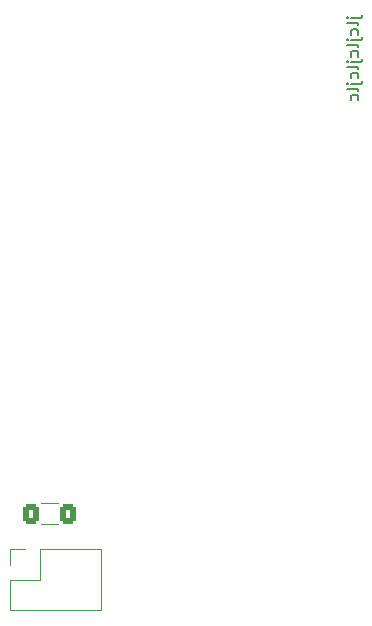
<source format=gbr>
G04 #@! TF.GenerationSoftware,KiCad,Pcbnew,(6.99.0-2452-gdb4f2d9dd8)*
G04 #@! TF.CreationDate,2022-08-02T19:29:53-05:00*
G04 #@! TF.ProjectId,captech,63617074-6563-4682-9e6b-696361645f70,rev?*
G04 #@! TF.SameCoordinates,Original*
G04 #@! TF.FileFunction,Legend,Bot*
G04 #@! TF.FilePolarity,Positive*
%FSLAX46Y46*%
G04 Gerber Fmt 4.6, Leading zero omitted, Abs format (unit mm)*
G04 Created by KiCad (PCBNEW (6.99.0-2452-gdb4f2d9dd8)) date 2022-08-02 19:29:53*
%MOMM*%
%LPD*%
G01*
G04 APERTURE LIST*
G04 Aperture macros list*
%AMRoundRect*
0 Rectangle with rounded corners*
0 $1 Rounding radius*
0 $2 $3 $4 $5 $6 $7 $8 $9 X,Y pos of 4 corners*
0 Add a 4 corners polygon primitive as box body*
4,1,4,$2,$3,$4,$5,$6,$7,$8,$9,$2,$3,0*
0 Add four circle primitives for the rounded corners*
1,1,$1+$1,$2,$3*
1,1,$1+$1,$4,$5*
1,1,$1+$1,$6,$7*
1,1,$1+$1,$8,$9*
0 Add four rect primitives between the rounded corners*
20,1,$1+$1,$2,$3,$4,$5,0*
20,1,$1+$1,$4,$5,$6,$7,0*
20,1,$1+$1,$6,$7,$8,$9,0*
20,1,$1+$1,$8,$9,$2,$3,0*%
G04 Aperture macros list end*
%ADD10C,0.150000*%
%ADD11C,0.120000*%
%ADD12R,1.800000X1.800000*%
%ADD13C,1.800000*%
%ADD14R,1.700000X1.700000*%
%ADD15O,1.700000X1.700000*%
%ADD16RoundRect,0.250000X0.400000X0.625000X-0.400000X0.625000X-0.400000X-0.625000X0.400000X-0.625000X0*%
G04 APERTURE END LIST*
D10*
X92000714Y-45323809D02*
X92857857Y-45323809D01*
X92857857Y-45323809D02*
X92953095Y-45276190D01*
X92953095Y-45276190D02*
X93000714Y-45180952D01*
X93000714Y-45180952D02*
X93000714Y-45133333D01*
X91667380Y-45323809D02*
X91715000Y-45276190D01*
X91715000Y-45276190D02*
X91762619Y-45323809D01*
X91762619Y-45323809D02*
X91715000Y-45371428D01*
X91715000Y-45371428D02*
X91667380Y-45323809D01*
X91667380Y-45323809D02*
X91762619Y-45323809D01*
X92667380Y-45942856D02*
X92619761Y-45847618D01*
X92619761Y-45847618D02*
X92524523Y-45799999D01*
X92524523Y-45799999D02*
X91667380Y-45799999D01*
X92619761Y-46752380D02*
X92667380Y-46657142D01*
X92667380Y-46657142D02*
X92667380Y-46466666D01*
X92667380Y-46466666D02*
X92619761Y-46371428D01*
X92619761Y-46371428D02*
X92572142Y-46323809D01*
X92572142Y-46323809D02*
X92476904Y-46276190D01*
X92476904Y-46276190D02*
X92191190Y-46276190D01*
X92191190Y-46276190D02*
X92095952Y-46323809D01*
X92095952Y-46323809D02*
X92048333Y-46371428D01*
X92048333Y-46371428D02*
X92000714Y-46466666D01*
X92000714Y-46466666D02*
X92000714Y-46657142D01*
X92000714Y-46657142D02*
X92048333Y-46752380D01*
X92000714Y-47180952D02*
X92857857Y-47180952D01*
X92857857Y-47180952D02*
X92953095Y-47133333D01*
X92953095Y-47133333D02*
X93000714Y-47038095D01*
X93000714Y-47038095D02*
X93000714Y-46990476D01*
X91667380Y-47180952D02*
X91715000Y-47133333D01*
X91715000Y-47133333D02*
X91762619Y-47180952D01*
X91762619Y-47180952D02*
X91715000Y-47228571D01*
X91715000Y-47228571D02*
X91667380Y-47180952D01*
X91667380Y-47180952D02*
X91762619Y-47180952D01*
X92667380Y-47799999D02*
X92619761Y-47704761D01*
X92619761Y-47704761D02*
X92524523Y-47657142D01*
X92524523Y-47657142D02*
X91667380Y-47657142D01*
X92619761Y-48609523D02*
X92667380Y-48514285D01*
X92667380Y-48514285D02*
X92667380Y-48323809D01*
X92667380Y-48323809D02*
X92619761Y-48228571D01*
X92619761Y-48228571D02*
X92572142Y-48180952D01*
X92572142Y-48180952D02*
X92476904Y-48133333D01*
X92476904Y-48133333D02*
X92191190Y-48133333D01*
X92191190Y-48133333D02*
X92095952Y-48180952D01*
X92095952Y-48180952D02*
X92048333Y-48228571D01*
X92048333Y-48228571D02*
X92000714Y-48323809D01*
X92000714Y-48323809D02*
X92000714Y-48514285D01*
X92000714Y-48514285D02*
X92048333Y-48609523D01*
X92000714Y-49038095D02*
X92857857Y-49038095D01*
X92857857Y-49038095D02*
X92953095Y-48990476D01*
X92953095Y-48990476D02*
X93000714Y-48895238D01*
X93000714Y-48895238D02*
X93000714Y-48847619D01*
X91667380Y-49038095D02*
X91715000Y-48990476D01*
X91715000Y-48990476D02*
X91762619Y-49038095D01*
X91762619Y-49038095D02*
X91715000Y-49085714D01*
X91715000Y-49085714D02*
X91667380Y-49038095D01*
X91667380Y-49038095D02*
X91762619Y-49038095D01*
X92667380Y-49657142D02*
X92619761Y-49561904D01*
X92619761Y-49561904D02*
X92524523Y-49514285D01*
X92524523Y-49514285D02*
X91667380Y-49514285D01*
X92619761Y-50466666D02*
X92667380Y-50371428D01*
X92667380Y-50371428D02*
X92667380Y-50180952D01*
X92667380Y-50180952D02*
X92619761Y-50085714D01*
X92619761Y-50085714D02*
X92572142Y-50038095D01*
X92572142Y-50038095D02*
X92476904Y-49990476D01*
X92476904Y-49990476D02*
X92191190Y-49990476D01*
X92191190Y-49990476D02*
X92095952Y-50038095D01*
X92095952Y-50038095D02*
X92048333Y-50085714D01*
X92048333Y-50085714D02*
X92000714Y-50180952D01*
X92000714Y-50180952D02*
X92000714Y-50371428D01*
X92000714Y-50371428D02*
X92048333Y-50466666D01*
X92000714Y-50895238D02*
X92857857Y-50895238D01*
X92857857Y-50895238D02*
X92953095Y-50847619D01*
X92953095Y-50847619D02*
X93000714Y-50752381D01*
X93000714Y-50752381D02*
X93000714Y-50704762D01*
X91667380Y-50895238D02*
X91715000Y-50847619D01*
X91715000Y-50847619D02*
X91762619Y-50895238D01*
X91762619Y-50895238D02*
X91715000Y-50942857D01*
X91715000Y-50942857D02*
X91667380Y-50895238D01*
X91667380Y-50895238D02*
X91762619Y-50895238D01*
X92667380Y-51514285D02*
X92619761Y-51419047D01*
X92619761Y-51419047D02*
X92524523Y-51371428D01*
X92524523Y-51371428D02*
X91667380Y-51371428D01*
X92619761Y-52323809D02*
X92667380Y-52228571D01*
X92667380Y-52228571D02*
X92667380Y-52038095D01*
X92667380Y-52038095D02*
X92619761Y-51942857D01*
X92619761Y-51942857D02*
X92572142Y-51895238D01*
X92572142Y-51895238D02*
X92476904Y-51847619D01*
X92476904Y-51847619D02*
X92191190Y-51847619D01*
X92191190Y-51847619D02*
X92095952Y-51895238D01*
X92095952Y-51895238D02*
X92048333Y-51942857D01*
X92048333Y-51942857D02*
X92000714Y-52038095D01*
X92000714Y-52038095D02*
X92000714Y-52228571D01*
X92000714Y-52228571D02*
X92048333Y-52323809D01*
D11*
X70870000Y-90300000D02*
X70870000Y-95500000D01*
X65730000Y-90300000D02*
X70870000Y-90300000D01*
X65730000Y-90300000D02*
X65730000Y-92900000D01*
X64460000Y-90300000D02*
X63130000Y-90300000D01*
X63130000Y-90300000D02*
X63130000Y-91630000D01*
X65730000Y-92900000D02*
X63130000Y-92900000D01*
X63130000Y-92900000D02*
X63130000Y-95500000D01*
X63130000Y-95500000D02*
X70870000Y-95500000D01*
X67227064Y-88210000D02*
X65772936Y-88210000D01*
X67227064Y-86390000D02*
X65772936Y-86390000D01*
%LPC*%
D12*
X74399999Y-93269999D03*
D13*
X74400000Y-90730000D03*
D14*
X64459999Y-91629999D03*
D15*
X64459999Y-94169999D03*
X66999999Y-91629999D03*
X66999999Y-94169999D03*
X69539999Y-91629999D03*
X69539999Y-94169999D03*
D16*
X68050000Y-87300000D03*
X64950000Y-87300000D03*
M02*

</source>
